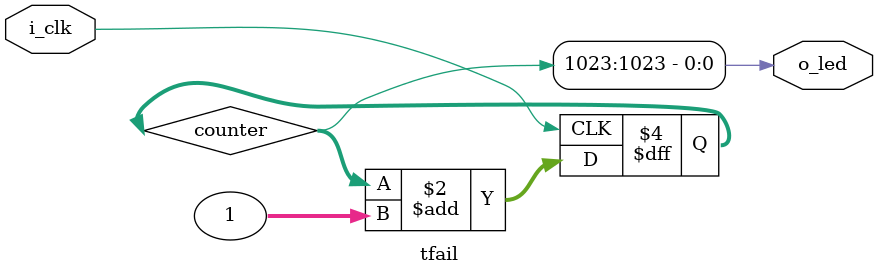
<source format=v>
`default_nettype none
module tfail (
    i_clk,
    o_led
);

  parameter integer NBITS = 1024;
  input wire i_clk;
  output wire o_led;

  reg [NBITS-1:0] counter;

  initial counter = 0;

  always @(posedge i_clk) counter <= counter + 1;

  assign o_led = counter[NBITS-1];
endmodule

</source>
